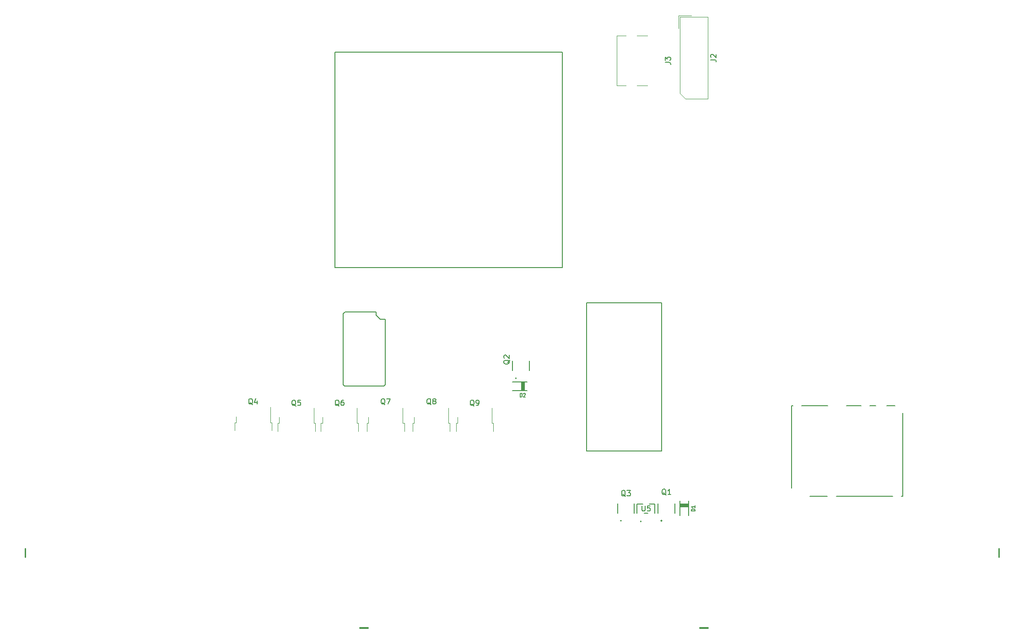
<source format=gto>
G04 #@! TF.GenerationSoftware,KiCad,Pcbnew,8.0.7-8.0.7-0~ubuntu24.04.1*
G04 #@! TF.CreationDate,2024-12-19T04:57:45+00:00*
G04 #@! TF.ProjectId,z31hellen,7a333168-656c-46c6-956e-2e6b69636164,rev?*
G04 #@! TF.SameCoordinates,Original*
G04 #@! TF.FileFunction,Legend,Top*
G04 #@! TF.FilePolarity,Positive*
%FSLAX46Y46*%
G04 Gerber Fmt 4.6, Leading zero omitted, Abs format (unit mm)*
G04 Created by KiCad (PCBNEW 8.0.7-8.0.7-0~ubuntu24.04.1) date 2024-12-19 04:57:45*
%MOMM*%
%LPD*%
G01*
G04 APERTURE LIST*
%ADD10C,0.150000*%
%ADD11C,0.120000*%
%ADD12C,0.127000*%
%ADD13C,0.200000*%
%ADD14C,0.010000*%
%ADD15C,0.152400*%
%ADD16C,0.254000*%
G04 APERTURE END LIST*
D10*
X43829763Y42074948D02*
X43734525Y42122567D01*
X43734525Y42122567D02*
X43639287Y42217805D01*
X43639287Y42217805D02*
X43496430Y42360663D01*
X43496430Y42360663D02*
X43401192Y42408282D01*
X43401192Y42408282D02*
X43305954Y42408282D01*
X43353573Y42170186D02*
X43258335Y42217805D01*
X43258335Y42217805D02*
X43163097Y42313044D01*
X43163097Y42313044D02*
X43115478Y42503520D01*
X43115478Y42503520D02*
X43115478Y42836853D01*
X43115478Y42836853D02*
X43163097Y43027329D01*
X43163097Y43027329D02*
X43258335Y43122567D01*
X43258335Y43122567D02*
X43353573Y43170186D01*
X43353573Y43170186D02*
X43544049Y43170186D01*
X43544049Y43170186D02*
X43639287Y43122567D01*
X43639287Y43122567D02*
X43734525Y43027329D01*
X43734525Y43027329D02*
X43782144Y42836853D01*
X43782144Y42836853D02*
X43782144Y42503520D01*
X43782144Y42503520D02*
X43734525Y42313044D01*
X43734525Y42313044D02*
X43639287Y42217805D01*
X43639287Y42217805D02*
X43544049Y42170186D01*
X43544049Y42170186D02*
X43353573Y42170186D01*
X44686906Y43170186D02*
X44210716Y43170186D01*
X44210716Y43170186D02*
X44163097Y42693996D01*
X44163097Y42693996D02*
X44210716Y42741615D01*
X44210716Y42741615D02*
X44305954Y42789234D01*
X44305954Y42789234D02*
X44544049Y42789234D01*
X44544049Y42789234D02*
X44639287Y42741615D01*
X44639287Y42741615D02*
X44686906Y42693996D01*
X44686906Y42693996D02*
X44734525Y42598758D01*
X44734525Y42598758D02*
X44734525Y42360663D01*
X44734525Y42360663D02*
X44686906Y42265425D01*
X44686906Y42265425D02*
X44639287Y42217805D01*
X44639287Y42217805D02*
X44544049Y42170186D01*
X44544049Y42170186D02*
X44305954Y42170186D01*
X44305954Y42170186D02*
X44210716Y42217805D01*
X44210716Y42217805D02*
X44163097Y42265425D01*
X104829763Y25324948D02*
X104734525Y25372567D01*
X104734525Y25372567D02*
X104639287Y25467805D01*
X104639287Y25467805D02*
X104496430Y25610663D01*
X104496430Y25610663D02*
X104401192Y25658282D01*
X104401192Y25658282D02*
X104305954Y25658282D01*
X104353573Y25420186D02*
X104258335Y25467805D01*
X104258335Y25467805D02*
X104163097Y25563044D01*
X104163097Y25563044D02*
X104115478Y25753520D01*
X104115478Y25753520D02*
X104115478Y26086853D01*
X104115478Y26086853D02*
X104163097Y26277329D01*
X104163097Y26277329D02*
X104258335Y26372567D01*
X104258335Y26372567D02*
X104353573Y26420186D01*
X104353573Y26420186D02*
X104544049Y26420186D01*
X104544049Y26420186D02*
X104639287Y26372567D01*
X104639287Y26372567D02*
X104734525Y26277329D01*
X104734525Y26277329D02*
X104782144Y26086853D01*
X104782144Y26086853D02*
X104782144Y25753520D01*
X104782144Y25753520D02*
X104734525Y25563044D01*
X104734525Y25563044D02*
X104639287Y25467805D01*
X104639287Y25467805D02*
X104544049Y25420186D01*
X104544049Y25420186D02*
X104353573Y25420186D01*
X105115478Y26420186D02*
X105734525Y26420186D01*
X105734525Y26420186D02*
X105401192Y26039234D01*
X105401192Y26039234D02*
X105544049Y26039234D01*
X105544049Y26039234D02*
X105639287Y25991615D01*
X105639287Y25991615D02*
X105686906Y25943996D01*
X105686906Y25943996D02*
X105734525Y25848758D01*
X105734525Y25848758D02*
X105734525Y25610663D01*
X105734525Y25610663D02*
X105686906Y25515425D01*
X105686906Y25515425D02*
X105639287Y25467805D01*
X105639287Y25467805D02*
X105544049Y25420186D01*
X105544049Y25420186D02*
X105258335Y25420186D01*
X105258335Y25420186D02*
X105163097Y25467805D01*
X105163097Y25467805D02*
X105115478Y25515425D01*
X120604819Y106166667D02*
X121319104Y106166667D01*
X121319104Y106166667D02*
X121461961Y106119048D01*
X121461961Y106119048D02*
X121557200Y106023810D01*
X121557200Y106023810D02*
X121604819Y105880953D01*
X121604819Y105880953D02*
X121604819Y105785715D01*
X120700057Y106595239D02*
X120652438Y106642858D01*
X120652438Y106642858D02*
X120604819Y106738096D01*
X120604819Y106738096D02*
X120604819Y106976191D01*
X120604819Y106976191D02*
X120652438Y107071429D01*
X120652438Y107071429D02*
X120700057Y107119048D01*
X120700057Y107119048D02*
X120795295Y107166667D01*
X120795295Y107166667D02*
X120890533Y107166667D01*
X120890533Y107166667D02*
X121033390Y107119048D01*
X121033390Y107119048D02*
X121604819Y106547620D01*
X121604819Y106547620D02*
X121604819Y107166667D01*
X117669896Y22652573D02*
X117029826Y22652573D01*
X117029826Y22652573D02*
X117029826Y22804971D01*
X117029826Y22804971D02*
X117060306Y22896409D01*
X117060306Y22896409D02*
X117121265Y22957368D01*
X117121265Y22957368D02*
X117182224Y22987848D01*
X117182224Y22987848D02*
X117304142Y23018327D01*
X117304142Y23018327D02*
X117395580Y23018327D01*
X117395580Y23018327D02*
X117517498Y22987848D01*
X117517498Y22987848D02*
X117578457Y22957368D01*
X117578457Y22957368D02*
X117639417Y22896409D01*
X117639417Y22896409D02*
X117669896Y22804971D01*
X117669896Y22804971D02*
X117669896Y22652573D01*
X117669896Y23627918D02*
X117669896Y23262164D01*
X117669896Y23445041D02*
X117029826Y23445041D01*
X117029826Y23445041D02*
X117121265Y23384082D01*
X117121265Y23384082D02*
X117182224Y23323123D01*
X117182224Y23323123D02*
X117212703Y23262164D01*
X35829763Y42324948D02*
X35734525Y42372567D01*
X35734525Y42372567D02*
X35639287Y42467805D01*
X35639287Y42467805D02*
X35496430Y42610663D01*
X35496430Y42610663D02*
X35401192Y42658282D01*
X35401192Y42658282D02*
X35305954Y42658282D01*
X35353573Y42420186D02*
X35258335Y42467805D01*
X35258335Y42467805D02*
X35163097Y42563044D01*
X35163097Y42563044D02*
X35115478Y42753520D01*
X35115478Y42753520D02*
X35115478Y43086853D01*
X35115478Y43086853D02*
X35163097Y43277329D01*
X35163097Y43277329D02*
X35258335Y43372567D01*
X35258335Y43372567D02*
X35353573Y43420186D01*
X35353573Y43420186D02*
X35544049Y43420186D01*
X35544049Y43420186D02*
X35639287Y43372567D01*
X35639287Y43372567D02*
X35734525Y43277329D01*
X35734525Y43277329D02*
X35782144Y43086853D01*
X35782144Y43086853D02*
X35782144Y42753520D01*
X35782144Y42753520D02*
X35734525Y42563044D01*
X35734525Y42563044D02*
X35639287Y42467805D01*
X35639287Y42467805D02*
X35544049Y42420186D01*
X35544049Y42420186D02*
X35353573Y42420186D01*
X36639287Y43086853D02*
X36639287Y42420186D01*
X36401192Y43467805D02*
X36163097Y42753520D01*
X36163097Y42753520D02*
X36782144Y42753520D01*
X112169819Y105666667D02*
X112884104Y105666667D01*
X112884104Y105666667D02*
X113026961Y105619048D01*
X113026961Y105619048D02*
X113122200Y105523810D01*
X113122200Y105523810D02*
X113169819Y105380953D01*
X113169819Y105380953D02*
X113169819Y105285715D01*
X112169819Y106047620D02*
X112169819Y106666667D01*
X112169819Y106666667D02*
X112550771Y106333334D01*
X112550771Y106333334D02*
X112550771Y106476191D01*
X112550771Y106476191D02*
X112598390Y106571429D01*
X112598390Y106571429D02*
X112646009Y106619048D01*
X112646009Y106619048D02*
X112741247Y106666667D01*
X112741247Y106666667D02*
X112979342Y106666667D01*
X112979342Y106666667D02*
X113074580Y106619048D01*
X113074580Y106619048D02*
X113122200Y106571429D01*
X113122200Y106571429D02*
X113169819Y106476191D01*
X113169819Y106476191D02*
X113169819Y106190477D01*
X113169819Y106190477D02*
X113122200Y106095239D01*
X113122200Y106095239D02*
X113074580Y106047620D01*
X107868096Y23609986D02*
X107868096Y22800463D01*
X107868096Y22800463D02*
X107915715Y22705225D01*
X107915715Y22705225D02*
X107963334Y22657605D01*
X107963334Y22657605D02*
X108058572Y22609986D01*
X108058572Y22609986D02*
X108249048Y22609986D01*
X108249048Y22609986D02*
X108344286Y22657605D01*
X108344286Y22657605D02*
X108391905Y22705225D01*
X108391905Y22705225D02*
X108439524Y22800463D01*
X108439524Y22800463D02*
X108439524Y23609986D01*
X109391905Y23609986D02*
X108915715Y23609986D01*
X108915715Y23609986D02*
X108868096Y23133796D01*
X108868096Y23133796D02*
X108915715Y23181415D01*
X108915715Y23181415D02*
X109010953Y23229034D01*
X109010953Y23229034D02*
X109249048Y23229034D01*
X109249048Y23229034D02*
X109344286Y23181415D01*
X109344286Y23181415D02*
X109391905Y23133796D01*
X109391905Y23133796D02*
X109439524Y23038558D01*
X109439524Y23038558D02*
X109439524Y22800463D01*
X109439524Y22800463D02*
X109391905Y22705225D01*
X109391905Y22705225D02*
X109344286Y22657605D01*
X109344286Y22657605D02*
X109249048Y22609986D01*
X109249048Y22609986D02*
X109010953Y22609986D01*
X109010953Y22609986D02*
X108915715Y22657605D01*
X108915715Y22657605D02*
X108868096Y22705225D01*
X68829763Y42324948D02*
X68734525Y42372567D01*
X68734525Y42372567D02*
X68639287Y42467805D01*
X68639287Y42467805D02*
X68496430Y42610663D01*
X68496430Y42610663D02*
X68401192Y42658282D01*
X68401192Y42658282D02*
X68305954Y42658282D01*
X68353573Y42420186D02*
X68258335Y42467805D01*
X68258335Y42467805D02*
X68163097Y42563044D01*
X68163097Y42563044D02*
X68115478Y42753520D01*
X68115478Y42753520D02*
X68115478Y43086853D01*
X68115478Y43086853D02*
X68163097Y43277329D01*
X68163097Y43277329D02*
X68258335Y43372567D01*
X68258335Y43372567D02*
X68353573Y43420186D01*
X68353573Y43420186D02*
X68544049Y43420186D01*
X68544049Y43420186D02*
X68639287Y43372567D01*
X68639287Y43372567D02*
X68734525Y43277329D01*
X68734525Y43277329D02*
X68782144Y43086853D01*
X68782144Y43086853D02*
X68782144Y42753520D01*
X68782144Y42753520D02*
X68734525Y42563044D01*
X68734525Y42563044D02*
X68639287Y42467805D01*
X68639287Y42467805D02*
X68544049Y42420186D01*
X68544049Y42420186D02*
X68353573Y42420186D01*
X69353573Y42991615D02*
X69258335Y43039234D01*
X69258335Y43039234D02*
X69210716Y43086853D01*
X69210716Y43086853D02*
X69163097Y43182091D01*
X69163097Y43182091D02*
X69163097Y43229710D01*
X69163097Y43229710D02*
X69210716Y43324948D01*
X69210716Y43324948D02*
X69258335Y43372567D01*
X69258335Y43372567D02*
X69353573Y43420186D01*
X69353573Y43420186D02*
X69544049Y43420186D01*
X69544049Y43420186D02*
X69639287Y43372567D01*
X69639287Y43372567D02*
X69686906Y43324948D01*
X69686906Y43324948D02*
X69734525Y43229710D01*
X69734525Y43229710D02*
X69734525Y43182091D01*
X69734525Y43182091D02*
X69686906Y43086853D01*
X69686906Y43086853D02*
X69639287Y43039234D01*
X69639287Y43039234D02*
X69544049Y42991615D01*
X69544049Y42991615D02*
X69353573Y42991615D01*
X69353573Y42991615D02*
X69258335Y42943996D01*
X69258335Y42943996D02*
X69210716Y42896377D01*
X69210716Y42896377D02*
X69163097Y42801139D01*
X69163097Y42801139D02*
X69163097Y42610663D01*
X69163097Y42610663D02*
X69210716Y42515425D01*
X69210716Y42515425D02*
X69258335Y42467805D01*
X69258335Y42467805D02*
X69353573Y42420186D01*
X69353573Y42420186D02*
X69544049Y42420186D01*
X69544049Y42420186D02*
X69639287Y42467805D01*
X69639287Y42467805D02*
X69686906Y42515425D01*
X69686906Y42515425D02*
X69734525Y42610663D01*
X69734525Y42610663D02*
X69734525Y42801139D01*
X69734525Y42801139D02*
X69686906Y42896377D01*
X69686906Y42896377D02*
X69639287Y42943996D01*
X69639287Y42943996D02*
X69544049Y42991615D01*
X76829763Y42074948D02*
X76734525Y42122567D01*
X76734525Y42122567D02*
X76639287Y42217805D01*
X76639287Y42217805D02*
X76496430Y42360663D01*
X76496430Y42360663D02*
X76401192Y42408282D01*
X76401192Y42408282D02*
X76305954Y42408282D01*
X76353573Y42170186D02*
X76258335Y42217805D01*
X76258335Y42217805D02*
X76163097Y42313044D01*
X76163097Y42313044D02*
X76115478Y42503520D01*
X76115478Y42503520D02*
X76115478Y42836853D01*
X76115478Y42836853D02*
X76163097Y43027329D01*
X76163097Y43027329D02*
X76258335Y43122567D01*
X76258335Y43122567D02*
X76353573Y43170186D01*
X76353573Y43170186D02*
X76544049Y43170186D01*
X76544049Y43170186D02*
X76639287Y43122567D01*
X76639287Y43122567D02*
X76734525Y43027329D01*
X76734525Y43027329D02*
X76782144Y42836853D01*
X76782144Y42836853D02*
X76782144Y42503520D01*
X76782144Y42503520D02*
X76734525Y42313044D01*
X76734525Y42313044D02*
X76639287Y42217805D01*
X76639287Y42217805D02*
X76544049Y42170186D01*
X76544049Y42170186D02*
X76353573Y42170186D01*
X77258335Y42170186D02*
X77448811Y42170186D01*
X77448811Y42170186D02*
X77544049Y42217805D01*
X77544049Y42217805D02*
X77591668Y42265425D01*
X77591668Y42265425D02*
X77686906Y42408282D01*
X77686906Y42408282D02*
X77734525Y42598758D01*
X77734525Y42598758D02*
X77734525Y42979710D01*
X77734525Y42979710D02*
X77686906Y43074948D01*
X77686906Y43074948D02*
X77639287Y43122567D01*
X77639287Y43122567D02*
X77544049Y43170186D01*
X77544049Y43170186D02*
X77353573Y43170186D01*
X77353573Y43170186D02*
X77258335Y43122567D01*
X77258335Y43122567D02*
X77210716Y43074948D01*
X77210716Y43074948D02*
X77163097Y42979710D01*
X77163097Y42979710D02*
X77163097Y42741615D01*
X77163097Y42741615D02*
X77210716Y42646377D01*
X77210716Y42646377D02*
X77258335Y42598758D01*
X77258335Y42598758D02*
X77353573Y42551139D01*
X77353573Y42551139D02*
X77544049Y42551139D01*
X77544049Y42551139D02*
X77639287Y42598758D01*
X77639287Y42598758D02*
X77686906Y42646377D01*
X77686906Y42646377D02*
X77734525Y42741615D01*
X60329763Y42324948D02*
X60234525Y42372567D01*
X60234525Y42372567D02*
X60139287Y42467805D01*
X60139287Y42467805D02*
X59996430Y42610663D01*
X59996430Y42610663D02*
X59901192Y42658282D01*
X59901192Y42658282D02*
X59805954Y42658282D01*
X59853573Y42420186D02*
X59758335Y42467805D01*
X59758335Y42467805D02*
X59663097Y42563044D01*
X59663097Y42563044D02*
X59615478Y42753520D01*
X59615478Y42753520D02*
X59615478Y43086853D01*
X59615478Y43086853D02*
X59663097Y43277329D01*
X59663097Y43277329D02*
X59758335Y43372567D01*
X59758335Y43372567D02*
X59853573Y43420186D01*
X59853573Y43420186D02*
X60044049Y43420186D01*
X60044049Y43420186D02*
X60139287Y43372567D01*
X60139287Y43372567D02*
X60234525Y43277329D01*
X60234525Y43277329D02*
X60282144Y43086853D01*
X60282144Y43086853D02*
X60282144Y42753520D01*
X60282144Y42753520D02*
X60234525Y42563044D01*
X60234525Y42563044D02*
X60139287Y42467805D01*
X60139287Y42467805D02*
X60044049Y42420186D01*
X60044049Y42420186D02*
X59853573Y42420186D01*
X60615478Y43420186D02*
X61282144Y43420186D01*
X61282144Y43420186D02*
X60853573Y42420186D01*
X51829763Y42074948D02*
X51734525Y42122567D01*
X51734525Y42122567D02*
X51639287Y42217805D01*
X51639287Y42217805D02*
X51496430Y42360663D01*
X51496430Y42360663D02*
X51401192Y42408282D01*
X51401192Y42408282D02*
X51305954Y42408282D01*
X51353573Y42170186D02*
X51258335Y42217805D01*
X51258335Y42217805D02*
X51163097Y42313044D01*
X51163097Y42313044D02*
X51115478Y42503520D01*
X51115478Y42503520D02*
X51115478Y42836853D01*
X51115478Y42836853D02*
X51163097Y43027329D01*
X51163097Y43027329D02*
X51258335Y43122567D01*
X51258335Y43122567D02*
X51353573Y43170186D01*
X51353573Y43170186D02*
X51544049Y43170186D01*
X51544049Y43170186D02*
X51639287Y43122567D01*
X51639287Y43122567D02*
X51734525Y43027329D01*
X51734525Y43027329D02*
X51782144Y42836853D01*
X51782144Y42836853D02*
X51782144Y42503520D01*
X51782144Y42503520D02*
X51734525Y42313044D01*
X51734525Y42313044D02*
X51639287Y42217805D01*
X51639287Y42217805D02*
X51544049Y42170186D01*
X51544049Y42170186D02*
X51353573Y42170186D01*
X52639287Y43170186D02*
X52448811Y43170186D01*
X52448811Y43170186D02*
X52353573Y43122567D01*
X52353573Y43122567D02*
X52305954Y43074948D01*
X52305954Y43074948D02*
X52210716Y42932091D01*
X52210716Y42932091D02*
X52163097Y42741615D01*
X52163097Y42741615D02*
X52163097Y42360663D01*
X52163097Y42360663D02*
X52210716Y42265425D01*
X52210716Y42265425D02*
X52258335Y42217805D01*
X52258335Y42217805D02*
X52353573Y42170186D01*
X52353573Y42170186D02*
X52544049Y42170186D01*
X52544049Y42170186D02*
X52639287Y42217805D01*
X52639287Y42217805D02*
X52686906Y42265425D01*
X52686906Y42265425D02*
X52734525Y42360663D01*
X52734525Y42360663D02*
X52734525Y42598758D01*
X52734525Y42598758D02*
X52686906Y42693996D01*
X52686906Y42693996D02*
X52639287Y42741615D01*
X52639287Y42741615D02*
X52544049Y42789234D01*
X52544049Y42789234D02*
X52353573Y42789234D01*
X52353573Y42789234D02*
X52258335Y42741615D01*
X52258335Y42741615D02*
X52210716Y42693996D01*
X52210716Y42693996D02*
X52163097Y42598758D01*
X83415057Y50579762D02*
X83367438Y50484524D01*
X83367438Y50484524D02*
X83272200Y50389286D01*
X83272200Y50389286D02*
X83129342Y50246429D01*
X83129342Y50246429D02*
X83081723Y50151191D01*
X83081723Y50151191D02*
X83081723Y50055953D01*
X83319819Y50103572D02*
X83272200Y50008334D01*
X83272200Y50008334D02*
X83176961Y49913096D01*
X83176961Y49913096D02*
X82986485Y49865477D01*
X82986485Y49865477D02*
X82653152Y49865477D01*
X82653152Y49865477D02*
X82462676Y49913096D01*
X82462676Y49913096D02*
X82367438Y50008334D01*
X82367438Y50008334D02*
X82319819Y50103572D01*
X82319819Y50103572D02*
X82319819Y50294048D01*
X82319819Y50294048D02*
X82367438Y50389286D01*
X82367438Y50389286D02*
X82462676Y50484524D01*
X82462676Y50484524D02*
X82653152Y50532143D01*
X82653152Y50532143D02*
X82986485Y50532143D01*
X82986485Y50532143D02*
X83176961Y50484524D01*
X83176961Y50484524D02*
X83272200Y50389286D01*
X83272200Y50389286D02*
X83319819Y50294048D01*
X83319819Y50294048D02*
X83319819Y50103572D01*
X82415057Y50913096D02*
X82367438Y50960715D01*
X82367438Y50960715D02*
X82319819Y51055953D01*
X82319819Y51055953D02*
X82319819Y51294048D01*
X82319819Y51294048D02*
X82367438Y51389286D01*
X82367438Y51389286D02*
X82415057Y51436905D01*
X82415057Y51436905D02*
X82510295Y51484524D01*
X82510295Y51484524D02*
X82605533Y51484524D01*
X82605533Y51484524D02*
X82748390Y51436905D01*
X82748390Y51436905D02*
X83319819Y50865477D01*
X83319819Y50865477D02*
X83319819Y51484524D01*
X85345625Y43755106D02*
X85345625Y44395176D01*
X85345625Y44395176D02*
X85498023Y44395176D01*
X85498023Y44395176D02*
X85589461Y44364696D01*
X85589461Y44364696D02*
X85650420Y44303737D01*
X85650420Y44303737D02*
X85680900Y44242778D01*
X85680900Y44242778D02*
X85711379Y44120860D01*
X85711379Y44120860D02*
X85711379Y44029422D01*
X85711379Y44029422D02*
X85680900Y43907504D01*
X85680900Y43907504D02*
X85650420Y43846545D01*
X85650420Y43846545D02*
X85589461Y43785585D01*
X85589461Y43785585D02*
X85498023Y43755106D01*
X85498023Y43755106D02*
X85345625Y43755106D01*
X85955216Y44334217D02*
X85985695Y44364696D01*
X85985695Y44364696D02*
X86046654Y44395176D01*
X86046654Y44395176D02*
X86199052Y44395176D01*
X86199052Y44395176D02*
X86260011Y44364696D01*
X86260011Y44364696D02*
X86290490Y44334217D01*
X86290490Y44334217D02*
X86320970Y44273258D01*
X86320970Y44273258D02*
X86320970Y44212299D01*
X86320970Y44212299D02*
X86290490Y44120860D01*
X86290490Y44120860D02*
X85924736Y43755106D01*
X85924736Y43755106D02*
X86320970Y43755106D01*
X112329763Y25574948D02*
X112234525Y25622567D01*
X112234525Y25622567D02*
X112139287Y25717805D01*
X112139287Y25717805D02*
X111996430Y25860663D01*
X111996430Y25860663D02*
X111901192Y25908282D01*
X111901192Y25908282D02*
X111805954Y25908282D01*
X111853573Y25670186D02*
X111758335Y25717805D01*
X111758335Y25717805D02*
X111663097Y25813044D01*
X111663097Y25813044D02*
X111615478Y26003520D01*
X111615478Y26003520D02*
X111615478Y26336853D01*
X111615478Y26336853D02*
X111663097Y26527329D01*
X111663097Y26527329D02*
X111758335Y26622567D01*
X111758335Y26622567D02*
X111853573Y26670186D01*
X111853573Y26670186D02*
X112044049Y26670186D01*
X112044049Y26670186D02*
X112139287Y26622567D01*
X112139287Y26622567D02*
X112234525Y26527329D01*
X112234525Y26527329D02*
X112282144Y26336853D01*
X112282144Y26336853D02*
X112282144Y26003520D01*
X112282144Y26003520D02*
X112234525Y25813044D01*
X112234525Y25813044D02*
X112139287Y25717805D01*
X112139287Y25717805D02*
X112044049Y25670186D01*
X112044049Y25670186D02*
X111853573Y25670186D01*
X113234525Y25670186D02*
X112663097Y25670186D01*
X112948811Y25670186D02*
X112948811Y26670186D01*
X112948811Y26670186D02*
X112853573Y26527329D01*
X112853573Y26527329D02*
X112758335Y26432091D01*
X112758335Y26432091D02*
X112663097Y26384472D01*
D11*
G04 #@! TO.C,Q5*
X40500002Y38870005D02*
X40770002Y38870005D01*
X40500002Y37370005D02*
X40500002Y38870005D01*
X40770002Y38870005D02*
X40770002Y39970005D01*
X47130002Y38870005D02*
X47130002Y41700005D01*
X47400002Y38870005D02*
X47130002Y38870005D01*
X47400002Y37370005D02*
X47400002Y38870005D01*
D12*
G04 #@! TO.C,Q3*
X103375002Y24025005D02*
X103375002Y22225005D01*
X106475002Y22225005D02*
X106475002Y24025005D01*
D13*
X104075002Y20815005D02*
G75*
G02*
X103875002Y20815005I-100000J0D01*
G01*
X103875002Y20815005D02*
G75*
G02*
X104075002Y20815005I100000J0D01*
G01*
D11*
G04 #@! TO.C,J2*
X114640000Y114360000D02*
X114640000Y111950000D01*
X114940000Y114060000D02*
X114940000Y99940000D01*
X114940000Y99940000D02*
X115940000Y98940000D01*
X115940000Y98940000D02*
X120060000Y98940000D01*
X117050000Y114360000D02*
X114640000Y114360000D01*
X120060000Y114060000D02*
X114940000Y114060000D01*
X120060000Y98940000D02*
X120060000Y114060000D01*
D12*
G04 #@! TO.C,D1*
X114875002Y21775005D02*
X114875002Y24475005D01*
X116475002Y24475005D02*
X116475002Y21775005D01*
D14*
X116475002Y23425005D02*
X114873718Y23425005D01*
X114873718Y24026449D01*
X116475002Y24026449D01*
X116475002Y23425005D01*
G36*
X116475002Y23425005D02*
G01*
X114873718Y23425005D01*
X114873718Y24026449D01*
X116475002Y24026449D01*
X116475002Y23425005D01*
G37*
D13*
G04 #@! TO.C,M1*
X51074998Y107574997D02*
X91875001Y107574997D01*
X51074998Y67674998D02*
X51074998Y107574997D01*
X51074998Y67674998D02*
X93174998Y67674998D01*
X91875001Y107574997D02*
X93175001Y107574997D01*
X93174998Y67674998D02*
X93175001Y107574997D01*
G04 #@! TO.C,M3*
X111500000Y33700000D02*
X97600000Y33700000D01*
X97600000Y61200000D01*
X111500000Y61200000D01*
X111500000Y33700000D01*
D11*
G04 #@! TO.C,Q4*
X32500002Y39020005D02*
X32770002Y39020005D01*
X32500002Y37520005D02*
X32500002Y39020005D01*
X32770002Y39020005D02*
X32770002Y40120005D01*
X39130002Y39020005D02*
X39130002Y41850005D01*
X39400002Y39020005D02*
X39130002Y39020005D01*
X39400002Y37520005D02*
X39400002Y39020005D01*
G04 #@! TO.C,J3*
X103215000Y110580000D02*
X104920000Y110580000D01*
X103215000Y101420000D02*
X103215000Y110580000D01*
X104920000Y101420000D02*
X103215000Y101420000D01*
X106930000Y101420000D02*
X108850000Y101420000D01*
X108850000Y110580000D02*
X106930000Y110580000D01*
D15*
G04 #@! TO.C,U5*
X106979001Y23890305D02*
X106979001Y22239305D01*
X108017861Y23890305D02*
X106979001Y23890305D01*
X108287142Y22239305D02*
X108972860Y22239305D01*
X110281001Y23890305D02*
X109242141Y23890305D01*
X110281001Y22239305D02*
X110281001Y23890305D01*
X107751201Y20702605D02*
G75*
G02*
X107598801Y20702605I-76200J0D01*
G01*
X107598801Y20702605D02*
G75*
G02*
X107751201Y20702605I76200J0D01*
G01*
D13*
G04 #@! TO.C,M4*
X52554890Y59100206D02*
X52914181Y59459497D01*
X52554890Y46038525D02*
X52554890Y59100206D01*
X52554890Y46038525D02*
X52804890Y45788526D01*
X52804890Y45788526D02*
X60155269Y45788526D01*
X52914181Y59459497D02*
X58654888Y59459497D01*
X58654888Y58863145D02*
X58654888Y59459497D01*
X58654888Y58863145D02*
X59404889Y58113144D01*
X59404889Y58113144D02*
X60404890Y58113144D01*
X60155269Y45788526D02*
X60404890Y46038147D01*
X60404890Y56238147D02*
X60404890Y58113144D01*
X60404890Y46038147D02*
X60404890Y56238147D01*
D11*
G04 #@! TO.C,Q8*
X65450002Y38870005D02*
X65720002Y38870005D01*
X65450002Y37370005D02*
X65450002Y38870005D01*
X65720002Y38870005D02*
X65720002Y39970005D01*
X72080002Y38870005D02*
X72080002Y41700005D01*
X72350002Y38870005D02*
X72080002Y38870005D01*
X72350002Y37370005D02*
X72350002Y38870005D01*
G04 #@! TO.C,Q9*
X73475002Y38870005D02*
X73745002Y38870005D01*
X73475002Y37370005D02*
X73475002Y38870005D01*
X73745002Y38870005D02*
X73745002Y39970005D01*
X80105002Y38870005D02*
X80105002Y41700005D01*
X80375002Y38870005D02*
X80105002Y38870005D01*
X80375002Y37370005D02*
X80375002Y38870005D01*
G04 #@! TO.C,Q7*
X57000002Y38870005D02*
X57270002Y38870005D01*
X57000002Y37370005D02*
X57000002Y38870005D01*
X57270002Y38870005D02*
X57270002Y39970005D01*
X63630002Y38870005D02*
X63630002Y41700005D01*
X63900002Y38870005D02*
X63630002Y38870005D01*
X63900002Y37370005D02*
X63900002Y38870005D01*
D13*
G04 #@! TO.C,M2*
X135550002Y26850001D02*
X135550000Y42150000D01*
X135849998Y42150000D02*
X135550000Y42150000D01*
X142150000Y25350001D02*
X138949997Y25350001D01*
X142249998Y42149998D02*
X137449998Y42149998D01*
X148450000Y42149998D02*
X145750000Y42149998D01*
X151149998Y42149998D02*
X150049995Y42149998D01*
X154250000Y25350001D02*
X143849998Y25350001D01*
X154700000Y42149998D02*
X153150000Y42150003D01*
X156150000Y25350001D02*
X155850000Y25350001D01*
X156150000Y25350001D02*
X156150000Y40750001D01*
D11*
G04 #@! TO.C,Q6*
X48475002Y38870005D02*
X48745002Y38870005D01*
X48475002Y37370005D02*
X48475002Y38870005D01*
X48745002Y38870005D02*
X48745002Y39970005D01*
X55105002Y38870005D02*
X55105002Y41700005D01*
X55375002Y38870005D02*
X55105002Y38870005D01*
X55375002Y37370005D02*
X55375002Y38870005D01*
D12*
G04 #@! TO.C,Q2*
X83950000Y50400000D02*
X83950000Y48600000D01*
X87050000Y48600000D02*
X87050000Y50400000D01*
D13*
X84650000Y47190000D02*
G75*
G02*
X84450000Y47190000I-100000J0D01*
G01*
X84450000Y47190000D02*
G75*
G02*
X84650000Y47190000I100000J0D01*
G01*
D16*
G04 #@! TO.C,Z1*
X-6274998Y15674505D02*
X-6224998Y15674505D01*
X-6274998Y14124505D02*
X-6274998Y15674505D01*
X-6224998Y15674505D02*
X-6224998Y14124505D01*
X-6224998Y14124505D02*
X-6274998Y14124505D01*
X55600002Y1025005D02*
X57150002Y1025005D01*
X55600002Y975005D02*
X55600002Y1025005D01*
X57150002Y1025005D02*
X57150002Y975005D01*
X57150002Y975005D02*
X55600002Y975005D01*
X118549502Y1025005D02*
X120099502Y1025005D01*
X118549502Y975005D02*
X118549502Y1025005D01*
X120099502Y1025005D02*
X120099502Y975005D01*
X120099502Y975005D02*
X118549502Y975005D01*
X173875002Y15674505D02*
X173925002Y15674505D01*
X173875002Y14124505D02*
X173875002Y15674505D01*
X173925002Y15674505D02*
X173925002Y14124505D01*
X173925002Y14124505D02*
X173875002Y14124505D01*
D12*
G04 #@! TO.C,D2*
X83900000Y46550000D02*
X86600000Y46550000D01*
X86600000Y44950000D02*
X83900000Y44950000D01*
D14*
X86151444Y44950000D02*
X85550000Y44950000D01*
X85550000Y46551284D01*
X86151444Y46551284D01*
X86151444Y44950000D01*
G36*
X86151444Y44950000D02*
G01*
X85550000Y44950000D01*
X85550000Y46551284D01*
X86151444Y46551284D01*
X86151444Y44950000D01*
G37*
D12*
G04 #@! TO.C,Q1*
X110875002Y24025005D02*
X110875002Y22225005D01*
X113975002Y22225005D02*
X113975002Y24025005D01*
D13*
X111575002Y20815005D02*
G75*
G02*
X111375002Y20815005I-100000J0D01*
G01*
X111375002Y20815005D02*
G75*
G02*
X111575002Y20815005I100000J0D01*
G01*
G04 #@! TD*
M02*

</source>
